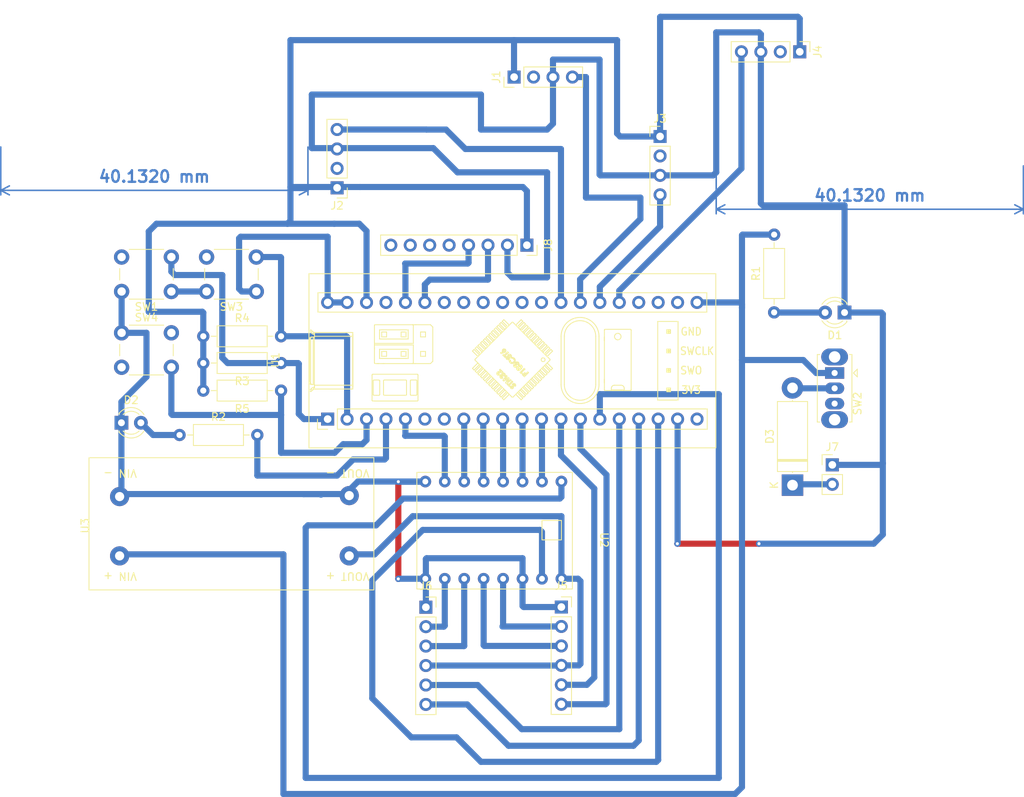
<source format=kicad_pcb>
(kicad_pcb (version 20211014) (generator pcbnew)
  (layers (0 "F.Cu" signal) (31 "B.Cu" signal) (34 "B.Paste" user) (35 "F.Paste" user) (36 "B.SilkS" user "B.Silkscreen") (37 "F.SilkS" user "F.Silkscreen") (38 "B.Mask" user) (39 "F.Mask" user) (44 "Edge.Cuts" user))
  (net 0 "")
  (net 1 "GND")
  (net 2 "/BTN1")
  (net 3 "/BTN2")
  (net 4 "/3.3v")
  (net 5 "/BTN3")
  (net 7 "/Led")
  (net 8 "/SDA")
  (net 9 "/PWMA")
  (net 10 "/SCL")
  (net 15 "/AIN2")
  (net 17 "/AIN1")
  (net 19 "/STBY")
  (net 21 "/BIN1")
  (net 23 "/BIN2")
  (net 24 "/CNY70")
  (net 25 "/MA1")
  (net 26 "/SHARP_I")
  (net 27 "/MA2")
  (net 28 "/SHARP_C")
  (net 29 "/MB1")
  (net 30 "/SHARP_D")
  (net 31 "/MB2")
  (net 34 "/5v")
  (net 36 "/VIn")
  (net 37 "Net-(D1-Pad2)")
  (net 38 "Net-(D2-Pad2)")
  (net 39 "Net-(D3-Pad1)")
  (net 40 "Net-(D3-Pad2)")
  (net 45 "/AO1")
  (net 46 "/AO2")
  (net 47 "/VOut")
  (net 48 "/BO1")
  (net 49 "/BO2")
  (net 55 "/PWMB")
  (footprint "Resistor_THT:R_Axial_DIN0207_L6.3mm_D2.5mm_P10.16mm_Horizontal" (layer "F.Cu") (at 88.18 103.7 180)
    (fp_text reference "R5" (at 5.08 -2.37) (layer "F.SilkS"))
    (fp_text value "R")
    (pad "1" thru_hole circle (at 0 0 180) (size 1.6 1.6) (drill 0.8) (layers *.Cu *.Mask) (net 5 "/BTN3"))
    (pad "2" thru_hole oval (at 10.16 0 180) (size 1.6 1.6) (drill 0.8) (layers *.Cu *.Mask) (net 4 "/3.3v"))
  )
  (footprint "Connector_PinHeader_2.54mm:PinHeader_1x04_P2.54mm_Vertical" (layer "F.Cu") (at 137.7 70.5)
    (fp_text reference "J3" (at 0 -2.33) (layer "F.SilkS"))
    (fp_text value "Conn_01x04_Male")
    (pad "1" thru_hole rect (at 0 0) (size 1.7 1.7) (drill 1) (layers *.Cu *.Mask) (net 4 "/3.3v"))
    (pad "2" thru_hole oval (at 0 2.54) (size 1.7 1.7) (drill 1) (layers *.Cu *.Mask))
    (pad "3" thru_hole oval (at 0 5.08) (size 1.7 1.7) (drill 1) (layers *.Cu *.Mask) (net 1 "GND"))
    (pad "4" thru_hole oval (at 0 7.62) (size 1.7 1.7) (drill 1) (layers *.Cu *.Mask) (net 30 "/SHARP_D"))
  )
  (footprint "Connector_PinHeader_2.54mm:PinHeader_1x04_P2.54mm_Vertical" (layer "F.Cu") (at 95.504 77.206 180)
    (fp_text reference "J2" (at 0 -2.33) (layer "F.SilkS"))
    (fp_text value "Conn_01x04_Male")
    (pad "1" thru_hole rect (at 0 0 180) (size 1.7 1.7) (drill 1) (layers *.Cu *.Mask) (net 4 "/3.3v"))
    (pad "2" thru_hole oval (at 0 2.54 180) (size 1.7 1.7) (drill 1) (layers *.Cu *.Mask))
    (pad "3" thru_hole oval (at 0 5.08 180) (size 1.7 1.7) (drill 1) (layers *.Cu *.Mask) (net 1 "GND"))
    (pad "4" thru_hole oval (at 0 7.62 180) (size 1.7 1.7) (drill 1) (layers *.Cu *.Mask) (net 26 "/SHARP_I"))
  )
  (footprint "Button_Switch_THT:SW_PUSH_6mm" (layer "F.Cu") (at 67.35 96.15)
    (fp_text reference "SW4" (at 3.25 -2) (layer "F.SilkS"))
    (fp_text value "SW_Push")
    (pad "1" thru_hole circle (at 0 0 90) (size 2 2) (drill 1.1) (layers *.Cu *.Mask) (net 1 "GND"))
    (pad "1" thru_hole circle (at 6.5 0 90) (size 2 2) (drill 1.1) (layers *.Cu *.Mask) (net 1 "GND"))
    (pad "2" thru_hole circle (at 6.5 4.5 90) (size 2 2) (drill 1.1) (layers *.Cu *.Mask) (net 5 "/BTN3"))
    (pad "2" thru_hole circle (at 0 4.5 90) (size 2 2) (drill 1.1) (layers *.Cu *.Mask) (net 5 "/BTN3"))
  )
  (footprint "Resistor_THT:R_Axial_DIN0207_L6.3mm_D2.5mm_P10.16mm_Horizontal" (layer "F.Cu") (at 152.6 93.48 90)
    (fp_text reference "R1" (at 5.08 -2.37 90) (layer "F.SilkS"))
    (fp_text value "R")
    (pad "1" thru_hole circle (at 0 0 90) (size 1.6 1.6) (drill 0.8) (layers *.Cu *.Mask) (net 37 "Net-(D1-Pad2)"))
    (pad "2" thru_hole oval (at 10.16 0 90) (size 1.6 1.6) (drill 0.8) (layers *.Cu *.Mask) (net 36 "/VIn"))
  )
  (footprint "Resistor_THT:R_Axial_DIN0207_L6.3mm_D2.5mm_P10.16mm_Horizontal" (layer "F.Cu") (at 74.92 109.5)
    (fp_text reference "R2" (at 5.08 -2.37) (layer "F.SilkS"))
    (fp_text value "R")
    (pad "1" thru_hole circle (at 0 0) (size 1.6 1.6) (drill 0.8) (layers *.Cu *.Mask) (net 38 "Net-(D2-Pad2)"))
    (pad "2" thru_hole oval (at 10.16 0) (size 1.6 1.6) (drill 0.8) (layers *.Cu *.Mask) (net 7 "/Led"))
  )
  (footprint "Button_Switch_THT:SW_PUSH_6mm" (layer "F.Cu") (at 73.85 90.75 180)
    (fp_text reference "SW1" (at 3.25 -2) (layer "F.SilkS"))
    (fp_text value "SW_Push")
    (pad "1" thru_hole circle (at 6.5 0 270) (size 2 2) (drill 1.1) (layers *.Cu *.Mask) (net 1 "GND"))
    (pad "1" thru_hole circle (at 0 0 270) (size 2 2) (drill 1.1) (layers *.Cu *.Mask) (net 1 "GND"))
    (pad "2" thru_hole circle (at 6.5 4.5 270) (size 2 2) (drill 1.1) (layers *.Cu *.Mask) (net 2 "/BTN1"))
    (pad "2" thru_hole circle (at 0 4.5 270) (size 2 2) (drill 1.1) (layers *.Cu *.Mask) (net 2 "/BTN1"))
  )
  (footprint "Diode_THT:D_5W_P12.70mm_Horizontal" (layer "F.Cu") (at 155 116.05 90)
    (fp_text reference "D3" (at 6.35 -2.97 90) (layer "F.SilkS"))
    (fp_text value "DIODE")
    (fp_text user "K" (at 0 -2.4 90) (layer "F.SilkS"))
    (pad "1" thru_hole rect (at 0 0 90) (size 2.8 2.8) (drill 1.4) (layers *.Cu *.Mask) (net 39 "Net-(D3-Pad1)"))
    (pad "2" thru_hole oval (at 12.7 0 90) (size 2.8 2.8) (drill 1.4) (layers *.Cu *.Mask) (net 40 "Net-(D3-Pad2)"))
  )
  (footprint "Connector_PinHeader_2.54mm:PinHeader_1x04_P2.54mm_Vertical" (layer "F.Cu") (at 155.946 59.436 -90)
    (fp_text reference "J4" (at 0 -2.33 90) (layer "F.SilkS"))
    (fp_text value "Conn_01x04_Male")
    (pad "1" thru_hole rect (at 0 0 270) (size 1.7 1.7) (drill 1) (layers *.Cu *.Mask) (net 4 "/3.3v"))
    (pad "2" thru_hole oval (at 0 2.54 270) (size 1.7 1.7) (drill 1) (layers *.Cu *.Mask))
    (pad "3" thru_hole oval (at 0 5.08 270) (size 1.7 1.7) (drill 1) (layers *.Cu *.Mask) (net 1 "GND"))
    (pad "4" thru_hole oval (at 0 7.62 270) (size 1.7 1.7) (drill 1) (layers *.Cu *.Mask) (net 24 "/CNY70"))
  )
  (footprint "Resistor_THT:R_Axial_DIN0207_L6.3mm_D2.5mm_P10.16mm_Horizontal" (layer "F.Cu") (at 88.18 100.1 180)
    (fp_text reference "R3" (at 5.08 -2.37) (layer "F.SilkS"))
    (fp_text value "R")
    (pad "1" thru_hole circle (at 0 0 180) (size 1.6 1.6) (drill 0.8) (layers *.Cu *.Mask) (net 2 "/BTN1"))
    (pad "2" thru_hole oval (at 10.16 0 180) (size 1.6 1.6) (drill 0.8) (layers *.Cu *.Mask) (net 4 "/3.3v"))
  )
  (footprint "LED_THT:LED_D3.0mm" (layer "F.Cu") (at 161.8 93.5 180)
    (fp_text reference "D1" (at 1.27 -2.96) (layer "F.SilkS"))
    (fp_text value "LED")
    (pad "1" thru_hole rect (at 0 0 180) (size 1.8 1.8) (drill 0.9) (layers *.Cu *.Mask) (net 1 "GND"))
    (pad "2" thru_hole circle (at 2.54 0 180) (size 1.8 1.8) (drill 0.9) (layers *.Cu *.Mask) (net 37 "Net-(D1-Pad2)"))
  )
  (footprint "LED_THT:LED_D3.0mm" (layer "F.Cu") (at 67.325 107.9)
    (fp_text reference "D2" (at 1.27 -2.96) (layer "F.SilkS"))
    (fp_text value "LED")
    (pad "1" thru_hole rect (at 0 0) (size 1.8 1.8) (drill 0.9) (layers *.Cu *.Mask) (net 1 "GND"))
    (pad "2" thru_hole circle (at 2.54 0) (size 1.8 1.8) (drill 0.9) (layers *.Cu *.Mask) (net 38 "Net-(D2-Pad2)"))
  )
  (footprint "Connector_PinSocket_2.54mm:PinSocket_1x06_P2.54mm_Vertical" (layer "F.Cu") (at 124.8 131.975)
    (fp_text reference "J5" (at 0 -2.77) (layer "F.SilkS"))
    (fp_text value "Conn_01x06_Female")
    (pad "1" thru_hole rect (at 0 0) (size 1.7 1.7) (drill 1) (layers *.Cu *.Mask) (net 1 "GND"))
    (pad "2" thru_hole oval (at 0 2.54) (size 1.7 1.7) (drill 1) (layers *.Cu *.Mask) (net 45 "/AO1"))
    (pad "3" thru_hole oval (at 0 5.08) (size 1.7 1.7) (drill 1) (layers *.Cu *.Mask) (net 46 "/AO2"))
    (pad "4" thru_hole oval (at 0 7.62) (size 1.7 1.7) (drill 1) (layers *.Cu *.Mask) (net 47 "/VOut"))
    (pad "5" thru_hole oval (at 0 10.16) (size 1.7 1.7) (drill 1) (layers *.Cu *.Mask) (net 25 "/MA1"))
    (pad "6" thru_hole oval (at 0 12.7) (size 1.7 1.7) (drill 1) (layers *.Cu *.Mask) (net 27 "/MA2"))
  )
  (footprint "Resistor_THT:R_Axial_DIN0207_L6.3mm_D2.5mm_P10.16mm_Horizontal" (layer "F.Cu") (at 78.02 96.6)
    (fp_text reference "R4" (at 5.08 -2.37) (layer "F.SilkS"))
    (fp_text value "R")
    (pad "1" thru_hole circle (at 0 0) (size 1.6 1.6) (drill 0.8) (layers *.Cu *.Mask) (net 4 "/3.3v"))
    (pad "2" thru_hole oval (at 10.16 0) (size 1.6 1.6) (drill 0.8) (layers *.Cu *.Mask) (net 3 "/BTN2"))
  )
  (footprint "Button_Switch_THT:SW_PUSH_6mm" (layer "F.Cu") (at 84.95 90.75 180)
    (fp_text reference "SW3" (at 3.25 -2) (layer "F.SilkS"))
    (fp_text value "SW_Push")
    (pad "1" thru_hole circle (at 0 0 270) (size 2 2) (drill 1.1) (layers *.Cu *.Mask) (net 1 "GND"))
    (pad "1" thru_hole circle (at 6.5 0 270) (size 2 2) (drill 1.1) (layers *.Cu *.Mask) (net 1 "GND"))
    (pad "2" thru_hole circle (at 6.5 4.5 270) (size 2 2) (drill 1.1) (layers *.Cu *.Mask) (net 3 "/BTN2"))
    (pad "2" thru_hole circle (at 0 4.5 270) (size 2 2) (drill 1.1) (layers *.Cu *.Mask) (net 3 "/BTN2"))
  )
  (footprint "Connector_PinHeader_2.54mm:PinHeader_1x04_P2.54mm_Vertical" (layer "F.Cu") (at 118.628 62.738 90)
    (fp_text reference "J1" (at 0 -2.33 90) (layer "F.SilkS"))
    (fp_text value "Conn_01x04_Male")
    (pad "1" thru_hole rect (at 0 0 90) (size 1.7 1.7) (drill 1) (layers *.Cu *.Mask) (net 4 "/3.3v"))
    (pad "2" thru_hole oval (at 0 2.54 90) (size 1.7 1.7) (drill 1) (layers *.Cu *.Mask))
    (pad "3" thru_hole oval (at 0 5.08 90) (size 1.7 1.7) (drill 1) (layers *.Cu *.Mask) (net 1 "GND"))
    (pad "4" thru_hole oval (at 0 7.62 90) (size 1.7 1.7) (drill 1) (layers *.Cu *.Mask) (net 28 "/SHARP_C"))
  )
  (footprint "Footprints:YAAJ_BluePill_1" (layer "F.Cu") (at 94.27 107.42 90)
    (fp_text reference "U1" (at 7.72 -6.81 90) (layer "F.SilkS"))
    (fp_text value "YAAJ_BluePill_Part_Like_SWD_Breakout" hide)
    (fp_text user "SWCLK" (at 8.89 48.26 unlocked) (layer "F.SilkS") (effects (font (size 1 0.9))))
    (fp_text user "SWO" (at 6.35 47.498 unlocked) (layer "F.SilkS") (effects (font (size 1 0.9))))
    (fp_text user "GND" (at 11.43 47.498 unlocked) (layer "F.SilkS") (effects (font (size 1 0.9))))
    (fp_text user "3V3" (at 3.81 47.498 unlocked) (layer "F.SilkS") (effects (font (size 1 0.9))))
    (pad "1" thru_hole rect locked (at 0 0 90) (size 1.7 1.7) (drill 1) (layers *.Cu *.Mask) (net 2 "/BTN1"))
    (pad "2" thru_hole circle locked (at 0 2.54 90) (size 1.7 1.7) (drill 1) (layers *.Cu *.Mask) (net 3 "/BTN2"))
    (pad "3" thru_hole circle locked (at 0 5.08 90) (size 1.7 1.7) (drill 1) (layers *.Cu *.Mask) (net 5 "/BTN3"))
    (pad "4" thru_hole circle locked (at 0 7.62 90) (size 1.7 1.7) (drill 1) (layers *.Cu *.Mask) (net 7 "/Led"))
    (pad "5" thru_hole circle locked (at 0 10.16 90) (size 1.7 1.7) (drill 1) (layers *.Cu *.Mask) (net 55 "/PWMB"))
    (pad "6" thru_hole circle locked (at 0 12.7 90) (size 1.7 1.7) (drill 1) (layers *.Cu *.Mask))
    (pad "7" thru_hole circle locked (at 0 15.24 90) (size 1.7 1.7) (drill 1) (layers *.Cu *.Mask))
    (pad "8" thru_hole circle locked (at 0 17.78 90) (size 1.7 1.7) (drill 1) (layers *.Cu *.Mask) (net 23 "/BIN2"))
    (pad "9" thru_hole circle locked (at 0 20.32 90) (size 1.7 1.7) (drill 1) (layers *.Cu *.Mask) (net 21 "/BIN1"))
    (pad "10" thru_hole circle locked (at 0 22.86 90) (size 1.7 1.7) (drill 1) (layers *.Cu *.Mask) (net 19 "/STBY"))
    (pad "11" thru_hole circle locked (at 0 25.4 90) (size 1.7 1.7) (drill 1) (layers *.Cu *.Mask) (net 17 "/AIN1"))
    (pad "12" thru_hole circle locked (at 0 27.94 90) (size 1.7 1.7) (drill 1) (layers *.Cu *.Mask) (net 15 "/AIN2"))
    (pad "13" thru_hole circle locked (at 0 30.48 90) (size 1.7 1.7) (drill 1) (layers *.Cu *.Mask) (net 25 "/MA1"))
    (pad "14" thru_hole circle locked (at 0 33.02 90) (size 1.7 1.7) (drill 1) (layers *.Cu *.Mask) (net 27 "/MA2"))
    (pad "15" thru_hole circle locked (at 0 35.56 90) (size 1.7 1.7) (drill 1) (layers *.Cu *.Mask) (net 9 "/PWMA"))
    (pad "16" thru_hole circle locked (at 0 38.1 90) (size 1.7 1.7) (drill 1) (layers *.Cu *.Mask) (net 29 "/MB1"))
    (pad "17" thru_hole circle locked (at 0 40.64 90) (size 1.7 1.7) (drill 1) (layers *.Cu *.Mask) (net 31 "/MB2"))
    (pad "18" thru_hole circle locked (at 0 43.18 90) (size 1.7 1.7) (drill 1) (layers *.Cu *.Mask) (net 34 "/5v"))
    (pad "19" thru_hole circle locked (at 0 45.72 90) (size 1.7 1.7) (drill 1) (layers *.Cu *.Mask) (net 1 "GND"))
    (pad "20" thru_hole circle locked (at 0 48.26 90) (size 1.7 1.7) (drill 1) (layers *.Cu *.Mask) (net 4 "/3.3v"))
    (pad "21" thru_hole circle locked (at 15.24 48.26 90) (size 1.7 1.7) (drill 1) (layers *.Cu *.Mask) (net 36 "/VIn"))
    (pad "22" thru_hole circle locked (at 15.24 45.72 90) (size 1.7 1.7) (drill 1) (layers *.Cu *.Mask))
    (pad "23" thru_hole circle locked (at 15.24 43.18 90) (size 1.7 1.7) (drill 1) (layers *.Cu *.Mask))
    (pad "24" thru_hole circle locked (at 15.24 40.64 90) (size 1.7 1.7) (drill 1) (layers *.Cu *.Mask))
    (pad "25" thru_hole circle locked (at 15.24 38.1 90) (size 1.7 1.7) (drill 1) (layers *.Cu *.Mask) (net 24 "/CNY70"))
    (pad "26" thru_hole circle locked (at 15.24 35.56 90) (size 1.7 1.7) (drill 1) (layers *.Cu *.Mask) (net 30 "/SHARP_D"))
    (pad "27" thru_hole circle locked (at 15.24 33.02 90) (size 1.7 1.7) (drill 1) (layers *.Cu *.Mask) (net 28 "/SHARP_C"))
    (pad "28" thru_hole circle locked (at 15.24 30.48 90) (size 1.7 1.7) (drill 1) (layers *.Cu *.Mask) (net 26 "/SHARP_I"))
    (pad "29" thru_hole circle locked (at 15.24 27.94 90) (size 1.7 1.7) (drill 1) (layers *.Cu *.Mask))
    (pad "30" thru_hole circle locked (at 15.24 25.4 90) (size 1.7 1.7) (drill 1) (layers *.Cu *.Mask))
    (pad "31" thru_hole circle locked (at 15.24 22.86 90) (size 1.7 1.7) (drill 1) (layers *.Cu *.Mask))
    (pad "32" thru_hole circle locked (at 15.24 20.32 90) (size 1.7 1.7) (drill 1) (layers *.Cu *.Mask))
    (pad "33" thru_hole circle locked (at 15.24 17.78 90) (size 1.7 1.7) (drill 1) (layers *.Cu *.Mask))
    (pad "34" thru_hole circle locked (at 15.24 15.24 90) (size 1.7 1.7) (drill 1) (layers *.Cu *.Mask))
    (pad "35" thru_hole circle locked (at 15.24 12.7 90) (size 1.7 1.7) (drill 1) (layers *.Cu *.Mask) (net 10 "/SCL"))
    (pad "36" thru_hole circle locked (at 15.24 10.16 90) (size 1.7 1.7) (drill 1) (layers *.Cu *.Mask) (net 8 "/SDA"))
    (pad "37" thru_hole circle locked (at 15.24 7.62 90) (size 1.7 1.7) (drill 1) (layers *.Cu *.Mask))
    (pad "38" thru_hole circle locked (at 15.24 5.08 90) (size 1.7 1.7) (drill 1) (layers *.Cu *.Mask) (net 4 "/3.3v"))
    (pad "39" thru_hole circle locked (at 15.24 2.54 90) (size 1.7 1.7) (drill 1) (layers *.Cu *.Mask) (net 1 "GND"))
    (pad "40" thru_hole circle locked (at 15.24 0 90) (size 1.7 1.7) (drill 1) (layers *.Cu *.Mask) (net 1 "GND"))
  )
  (footprint "Connector_PinSocket_2.54mm:PinSocket_1x06_P2.54mm_Vertical" (layer "F.Cu") (at 107.1 132)
    (fp_text reference "J6" (at 0 -2.77) (layer "F.SilkS"))
    (fp_text value "Conn_01x06_Female")
    (pad "1" thru_hole rect (at 0 0) (size 1.7 1.7) (drill 1) (layers *.Cu *.Mask) (net 1 "GND"))
    (pad "2" thru_hole oval (at 0 2.54) (size 1.7 1.7) (drill 1) (layers *.Cu *.Mask) (net 48 "/BO1"))
    (pad "3" thru_hole oval (at 0 5.08) (size 1.7 1.7) (drill 1) (layers *.Cu *.Mask) (net 49 "/BO2"))
    (pad "4" thru_hole oval (at 0 7.62) (size 1.7 1.7) (drill 1) (layers *.Cu *.Mask) (net 47 "/VOut"))
    (pad "5" thru_hole oval (at 0 10.16) (size 1.7 1.7) (drill 1) (layers *.Cu *.Mask) (net 29 "/MB1"))
    (pad "6" thru_hole oval (at 0 12.7) (size 1.7 1.7) (drill 1) (layers *.Cu *.Mask) (net 31 "/MB2"))
  )
  (footprint "propios:MT3608" (layer "F.Cu") (at 63.0895 121.354 90)
    (fp_text reference "U3" (at 0 -0.5 90 unlocked) (layer "F.SilkS"))
    (fp_text value "Mt3608")
    (fp_text user "VIN +" (at -6.604 4.064 180 unlocked) (layer "F.SilkS"))
    (fp_text user "VOUT +" (at -6.604 33.782 180 unlocked) (layer "F.SilkS"))
    (fp_text user "VOUT -" (at 6.858 33.782 180 unlocked) (layer "F.SilkS"))
    (fp_text user "VIN -" (at 6.858 4.064 180 unlocked) (layer "F.SilkS"))
    (pad "1" thru_hole circle (at -3.937085 4 90) (size 2.5 2.5) (drill 1.2) (layers *.Cu *.Mask) (net 36 "/VIn"))
    (pad "2" thru_hole circle (at -3.937085 34 90) (size 2.5 2.5) (drill 1.2) (layers *.Cu *.Mask) (net 47 "/VOut"))
    (pad "3" thru_hole circle (at 3.81 4 90) (size 2.5 2.5) (drill 1.2) (layers *.Cu *.Mask) (net 1 "GND"))
    (pad "4" thru_hole circle (at 3.937085 34 90) (size 2.5 2.5) (drill 1.2) (layers *.Cu *.Mask) (net 1 "GND"))
  )
  (footprint "Connector_PinSocket_2.54mm:PinSocket_1x08_P2.54mm_Vertical" (layer "F.Cu") (at 120.3 84.7 -90)
    (fp_text reference "J8" (at 0 -2.77 90) (layer "F.SilkS"))
    (fp_text value "Conn_01x08_Female")
    (pad "1" thru_hole rect (at 0 0 270) (size 1.7 1.7) (drill 1) (layers *.Cu *.Mask) (net 4 "/3.3v"))
    (pad "2" thru_hole oval (at 0 2.54 270) (size 1.7 1.7) (drill 1) (layers *.Cu *.Mask) (net 1 "GND"))
    (pad "3" thru_hole oval (at 0 5.08 270) (size 1.7 1.7) (drill 1) (layers *.Cu *.Mask) (net 10 "/SCL"))
    (pad "4" thru_hole oval (at 0 7.62 270) (size 1.7 1.7) (drill 1) (layers *.Cu *.Mask) (net 8 "/SDA"))
    (pad "5" thru_hole oval (at 0 10.16 270) (size 1.7 1.7) (drill 1) (layers *.Cu *.Mask))
    (pad "6" thru_hole oval (at 0 12.7 270) (size 1.7 1.7) (drill 1) (layers *.Cu *.Mask))
    (pad "7" thru_hole oval (at 0 15.24 270) (size 1.7 1.7) (drill 1) (layers *.Cu *.Mask))
    (pad "8" thru_hole oval (at 0 17.78 270) (size 1.7 1.7) (drill 1) (layers *.Cu *.Mask))
  )
  (footprint "Button_Switch_THT:SW_Slide_1P2T_CK_OS102011MS2Q" (layer "F.Cu") (at 160.5025 101.4 -90)
    (fp_text reference "SW2" (at 3.99 -2.99 90) (layer "F.SilkS"))
    (fp_text value "SW_DPDT_x2")
    (pad "" thru_hole oval (at -2.1 0 270) (size 2.2 3.5) (drill 1.5) (layers *.Cu *.Mask))
    (pad "" thru_hole oval (at 6.1 0 270) (size 2.2 3.5) (drill 1.5) (layers *.Cu *.Mask))
    (pad "1" thru_hole rect (at 0 0 270) (size 1.5 2.5) (drill 0.8) (layers *.Cu *.Mask) (net 36 "/VIn"))
    (pad "2" thru_hole oval (at 2 0 270) (size 1.5 2.5) (drill 0.8) (layers *.Cu *.Mask) (net 40 "Net-(D3-Pad2)"))
    (pad "3" thru_hole oval (at 4 0 270) (size 1.5 2.5) (drill 0.8) (layers *.Cu *.Mask))
  )
  (footprint "Connector_PinHeader_2.54mm:PinHeader_1x02_P2.54mm_Vertical" (layer "F.Cu") (at 160.2 113.4)
    (fp_text reference "J7" (at 0 -2.33) (layer "F.SilkS"))
    (fp_text value "Conn_01x02_Male")
    (pad "1" thru_hole rect (at 0 0) (size 1.7 1.7) (drill 1) (layers *.Cu *.Mask) (net 1 "GND"))
    (pad "2" thru_hole oval (at 0 2.54) (size 1.7 1.7) (drill 1) (layers *.Cu *.Mask) (net 39 "Net-(D3-Pad1)"))
  )
  (footprint "propios:tb6612fng" (layer "F.Cu") (at 129.89 123.2 -90)
    (fp_text reference "U2" (at 0 -0.5 -90 unlocked) (layer "F.SilkS"))
    (fp_text value "tb6612fng")
    (pad "1" thru_hole circle (at -7.62 5.08 270) (size 1.524 1.524) (drill 0.762) (layers *.Cu *.Mask) (net 9 "/PWMA"))
    (pad "2" thru_hole circle (at -7.62 7.62 270) (size 1.524 1.524) (drill 0.762) (layers *.Cu *.Mask) (net 15 "/AIN2"))
    (pad "3" thru_hole circle (at -7.62 10.16 270) (size 1.524 1.524) (drill 0.762) (layers *.Cu *.Mask) (net 17 "/AIN1"))
    (pad "4" thru_hole circle (at -7.62 12.7 270) (size 1.524 1.524) (drill 0.762) (layers *.Cu *.Mask) (net 19 "/STBY"))
    (pad "5" thru_hole circle (at -7.62 15.24 270) (size 1.524 1.524) (drill 0.762) (layers *.Cu *.Mask) (net 21 "/BIN1"))
    (pad "6" thru_hole circle (at -7.62 17.78 270) (size 1.524 1.524) (drill 0.762) (layers *.Cu *.Mask) (net 23 "/BIN2"))
    (pad "7" thru_hole circle (at -7.62 20.32 270) (size 1.524 1.524) (drill 0.762) (layers *.Cu *.Mask) (net 55 "/PWMB"))
    (pad "8" thru_hole circle (at -7.62 22.86 270) (size 1.524 1.524) (drill 0.762) (layers *.Cu *.Mask) (net 1 "GND"))
    (pad "9" thru_hole circle (at 5.08 22.86 270) (size 1.524 1.524) (drill 0.762) (layers *.Cu *.Mask) (net 1 "GND"))
    (pad "10" thru_hole circle (at 5.08 20.32 270) (size 1.524 1.524) (drill 0.762) (layers *.Cu *.Mask) (net 48 "/BO1"))
    (pad "11" thru_hole circle (at 5.08 17.78 270) (size 1.524 1.524) (drill 0.762) (layers *.Cu *.Mask) (net 49 "/BO2"))
    (pad "12" thru_hole circle (at 5.08 15.24 270) (size 1.524 1.524) (drill 0.762) (layers *.Cu *.Mask) (net 46 "/AO2"))
    (pad "13" thru_hole circle (at 5.08 12.7 270) (size 1.524 1.524) (drill 0.762) (layers *.Cu *.Mask) (net 45 "/AO1"))
    (pad "14" thru_hole circle (at 5.08 10.16 270) (size 1.524 1.524) (drill 0.762) (layers *.Cu *.Mask) (net 1 "GND"))
    (pad "15" thru_hole circle (at 5.08 7.62 270) (size 1.524 1.524) (drill 0.762) (layers *.Cu *.Mask) (net 34 "/5v"))
    (pad "16" thru_hole circle (at 5.08 5.08 270) (size 1.524 1.524) (drill 0.762) (layers *.Cu *.Mask) (net 47 "/VOut"))
  )
  (dimension (type aligned) (layer "B.Cu") (pts (xy 185.166 73.843211) (xy 145.034 73.843211)) (height -6.166789) (gr_text "40,1320 mm" (at 165.1 78.21) (layer "B.Cu") (effects (font (size 1.5 1.5) (thickness 0.3)))) (format (units 3) (units_format 1) (precision 4)) (style (thickness 0.2) (arrow_length 1.27) (text_position_mode 0) (extension_height 0.58642) (extension_offset 0.5) keep_text_aligned))
  (dimension (type aligned) (layer "B.Cu") (pts (xy 91.694 71.374) (xy 51.562 71.374)) (height -6.166789) (gr_text "40,1320 mm" (at 71.628 75.740789) (layer "B.Cu") (effects (font (size 1.5 1.5) (thickness 0.3)))) (format (units 3) (units_format 1) (precision 4)) (style (thickness 0.2) (arrow_length 1.27) (text_position_mode 0) (extension_height 0.58642) (extension_offset 0.5) keep_text_aligned))
  (segment (start 139.954 123.698) (end 150.622 123.698) (width 0.8) (layer "F.Cu") (net 1))
  (segment (start 103.5 128.3) (end 103.5 115.6) (width 0.8) (layer "F.Cu") (net 1))
  (via (at 103.5 128.3) (size 0.8) (drill 0.4) (layers "F.Cu" "B.Cu") (net 1))
  (via (at 150.622 123.698) (size 0.8) (drill 0.4) (layers "F.Cu" "B.Cu") (net 1))
  (via (at 103.5 115.6) (size 0.8) (drill 0.4) (layers "F.Cu" "B.Cu") (net 1))
  (via (at 139.954 123.698) (size 0.8) (drill 0.4) (layers "F.Cu" "B.Cu") (net 1))
  (segment (start 111.23 75.184) (end 122.936 75.184) (width 0.8) (layer "B.Cu") (net 1))
  (segment (start 107.03 128.28) (end 103.52 128.28) (width 0.8) (layer "B.Cu") (net 1))
  (segment (start 144.638 75.58) (end 145.034 75.184) (width 0.8) (layer "B.Cu") (net 1))
  (segment (start 129.794 75.468) (end 129.794 60.452) (width 0.8) (layer "B.Cu") (net 1))
  (segment (start 161.798 79.502) (end 161.8 79.504) (width 0.8) (layer "B.Cu") (net 1))
  (segment (start 70.6 101.9) (end 70.6 96.15) (width 0.8) (layer "B.Cu") (net 1))
  (segment (start 114.3 65.024) (end 92.202 65.024) (width 0.8) (layer "B.Cu") (net 1))
  (segment (start 91.116915 117.216915) (end 93.316915 117.216915) (width 0.8) (layer "B.Cu") (net 1))
  (segment (start 67.325 107.9) (end 67.325 105.175) (width 0.8) (layer "B.Cu") (net 1))
  (segment (start 122.936 75.184) (end 122.936 88.9) (width 0.8) (layer "B.Cu") (net 1))
  (segment (start 150.622 123.698) (end 165.608 123.698) (width 0.8) (layer "B.Cu") (net 1))
  (segment (start 117.76 88.296) (end 117.76 84.7) (width 0.8) (layer "B.Cu") (net 1))
  (segment (start 92.202 65.024) (end 92.202 72.02) (width 0.8) (layer "B.Cu") (net 1))
  (segment (start 94.27 83.6) (end 94.27 92.18) (width 0.8) (layer "B.Cu") (net 1))
  (segment (start 73.85 90.75) (end 78.45 90.75) (width 0.8) (layer "B.Cu") (net 1))
  (segment (start 165.608 123.698) (end 166.8 122.506) (width 0.8) (layer "B.Cu") (net 1))
  (segment (start 103.5 115.6) (end 107.01 115.6) (width 0.8) (layer "B.Cu") (net 1))
  (segment (start 145.034 75.184) (end 145.034 56.896) (width 0.8) (layer "B.Cu") (net 1))
  (segment (start 67.325 117.3085) (end 67.0895 117.544) (width 0.8) (layer "B.Cu") (net 1))
  (segment (start 124.8 131.975) (end 119.875 131.975) (width 0.8) (layer "B.Cu") (net 1))
  (segment (start 150.866 59.436) (end 150.866 79.238) (width 0.8) (layer "B.Cu") (net 1))
  (segment (start 70.6 96.15) (end 67.35 96.15) (width 0.8) (layer "B.Cu") (net 1))
  (segment (start 166.8 93.7) (end 166.6 93.5) (width 0.8) (layer "B.Cu") (net 1))
  (segment (start 166.6 113.4) (end 166.8 113.2) (width 0.8) (layer "B.Cu") (net 1))
  (segment (start 97.0895 117.216915) (end 91.116915 117.216915) (width 0.8) (layer "B.Cu") (net 1))
  (segment (start 97.0895 116.7105) (end 98.22 115.58) (width 0.8) (layer "B.Cu") (net 1))
  (segment (start 84.95 90.75) (end 83.05 90.75) (width 0.8) (layer "B.Cu") (net 1))
  (segment (start 83.05 90.75) (end 82.7 90.4) (width 0.8) (layer "B.Cu") (net 1))
  (segment (start 150.866 57.16) (end 150.866 59.436) (width 0.8) (layer "B.Cu") (net 1))
  (segment (start 150.866 79.238) (end 151.13 79.502) (width 0.8) (layer "B.Cu") (net 1))
  (segment (start 166.8 113.2) (end 166.8 93.7) (width 0.8) (layer "B.Cu") (net 1))
  (segment (start 119.73 131.83) (end 119.73 125.6) (width 0.8) (layer "B.Cu") (net 1))
  (segment (start 67.216585 117.216915) (end 67.0895 117.344) (width 0.8) (layer "B.Cu") (net 1))
  (segment (start 97.0895 117.216915) (end 97.0895 116.7105) (width 0.8) (layer "B.Cu") (net 1))
  (segment (start 114.3 69.596) (end 114.3 65.024) (width 0.8) (layer "B.Cu") (net 1))
  (segment (start 119.73 125.6) (end 107.2 125.6) (width 0.8) (layer "B.Cu") (net 1))
  (segment (start 151.13 79.502) (end 161.798 79.502) (width 0.8) (layer "B.Cu") (net 1))
  (segment (start 119.875 131.975) (end 119.73 131.83) (width 0.8) (layer "B.Cu") (net 1))
  (segment (start 122.936 69.596) (end 114.3 69.596) (width 0.8) (layer "B.Cu") (net 1))
  (segment (start 145.034 56.896) (end 150.622 56.896) (width 0.8) (layer "B.Cu") (net 1))
  (segment (start 123.708 60.452) (end 123.708 68.824) (width 0.8) (layer "B.Cu") (net 1))
  (segment (start 67.35 96.15) (end 67.35 90.75) (width 0.8) (layer "B.Cu") (net 1))
  (segment (start 107.1 125.7) (end 107.1 132) (width 0.8) (layer "B.Cu") (net 1))
  (segment (start 103.52 128.28) (end 103.5 128.3) (width 0.8) (layer "B.Cu") (net 1))
  (segment (start 139.99 123.662) (end 139.954 123.698) (width 0.8) (layer "B.Cu") (net 1))
  (segment (start 160.2 113.4) (end 166.6 113.4) (width 0.8) (layer "B.Cu") (net 1))
  (segment (start 91.116915 117.216915) (end 67.216585 117.216915) (width 0.8) (layer "B.Cu") (net 1))
  (segment (start 82.7 90.4) (end 82.7 83.8) (width 0.8) (layer "B.Cu") (net 1))
  (segment (start 67.325 107.9) (end 67.325 117.3085) (width 0.8) (layer "B.Cu") (net 1))
  (segment (start 107.01 115.6) (end 107.03 115.58) (width 0.8) (layer "B.Cu") (net 1))
  (segment (start 82.9 83.6) (end 94.27 83.6) (width 0.8) (layer "B.Cu") (net 1))
  (segment (start 137.7 75.58) (end 144.638 75.58) (width 0.8) (layer "B.Cu") (net 1))
  (segment (start 166.8 122.506) (end 166.8 113.2) (width 0.8) (layer "B.Cu") (net 1))
  (segment (start 161.8 79.504) (end 161.8 93.5) (width 0.8) (layer "B.Cu") (net 1))
  (segment (start 93.316915 117.216915) (end 93.4 117.3) (width 0.8) (layer "B.Cu") (net 1))
  (segment (start 98.22 115.58) (end 107.03 115.58) (width 0.8) (layer "B.Cu") (net 1))
  (segment (start 123.708 68.824) (end 122.936 69.596) (width 0.8) (layer "B.Cu") (net 1))
  (segment (start 150.876 57.15) (end 150.866 57.16) (width 0.8) (layer "B.Cu") (net 1))
  (segment (start 129.794 60.452) (end 123.708 60.452) (width 0.8) (layer "B.Cu") (net 1))
  (segment (start 67.325 105.175) (end 70.6 101.9) (width 0.8) (layer "B.Cu") (net 1))
  (segment (start 166.6 93.5) (end 161.8 93.5) (width 0.8) (layer "B.Cu") (net 1))
  (segment (start 129.906 75.58) (end 129.794 75.468) (width 0.8) (layer "B.Cu") (net 1))
  (segment (start 139.99 107.42) (end 139.99 123.662) (width 0.8) (layer "B.Cu") (net 1))
  (segment (start 150.622 56.896) (end 150.876 57.15) (width 0.8) (layer "B.Cu") (net 1))
  (segment (start 118.364 88.9) (end 117.76 88.296) (width 0.8) (layer "B.Cu") (net 1))
  (segment (start 107.2 125.6) (end 107.1 125.7) (width 0.8) (layer "B.Cu") (net 1))
  (segment (start 82.7 83.8) (end 82.9 83.6) (width 0.8) (layer "B.Cu") (net 1))
  (segment (start 137.7 75.58) (end 129.906 75.58) (width 0.8) (layer "B.Cu") (net 1))
  (segment (start 92.202 72.02) (end 108.066 72.02) (width 0.8) (layer "B.Cu") (net 1))
  (segment (start 122.936 88.9) (end 118.364 88.9) (width 0.8) (layer "B.Cu") (net 1))
  (segment (start 96.81 92.18) (end 94.27 92.18) (width 0.8) (layer "B.Cu") (net 1))
  (segment (start 108.066 72.02) (end 111.23 75.184) (width 0.8) (layer "B.Cu") (net 1))
  (segment (start 91.18 107.42) (end 90.5 106.74) (width 0.8) (layer "B.Cu") (net 2))
  (segment (start 80.5 99.4) (end 80.5 88.6) (width 0.8) (layer "B.Cu") (net 2))
  (segment (start 90.5 100.2) (end 90.4 100.1) (width 0.8) (layer "B.Cu") (net 2))
  (segment (start 73.85 88.15) (end 73.85 86.25) (width 0.8) (layer "B.Cu") (net 2))
  (segment (start 90.4 100.1) (end 88.18 100.1) (width 0.8) (layer "B.Cu") (net 2))
  (segment (start 74.3 88.6) (end 73.85 88.15) (width 0.8) (layer "B.Cu") (net 2))
  (segment (start 80.5 88.6) (end 74.3 88.6) (width 0.8) (layer "B.Cu") (net 2))
  (segment (start 94.27 107.42) (end 91.18 107.42) (width 0.8) (layer "B.Cu") (net 2))
  (segment (start 88.18 100.1) (end 81.2 100.1) (width 0.8) (layer "B.Cu") (net 2))
  (segment (start 81.2 100.1) (end 80.5 99.4) (width 0.8) (layer "B.Cu") (net 2))
  (segment (start 90.5 106.74) (end 90.5 100.2) (width 0.8) (layer "B.Cu") (net 2))
  (segment (start 88.18 86.32) (end 88.11 86.25) (width 0.8) (layer "B.Cu") (net 3))
  (segment (start 88.11 86.25) (end 84.95 86.25) (width 0.8) (layer "B.Cu") (net 3))
  (segment (start 96.81 96.71) (end 96.7 96.6) (width 0.8) (layer "B.Cu") (net 3))
  (segment (start 96.81 107.42) (end 96.81 96.71) (width 0.8) (layer "B.Cu") (net 3))
  (segment (start 88.18 96.6) (end 88.18 86.32) (width 0.8) (layer "B.Cu") (net 3))
  (segment (start 96.7 96.6) (end 88.18 96.6) (width 0.8) (layer "B.Cu") (net 3))
  (segment (start 132.476 70.5) (end 132.08 70.104) (width 0.8) (layer "B.Cu") (net 4))
  (segment (start 118.618 57.912) (end 118.618 62.728) (width 0.8) (layer "B.Cu") (net 4))
  (segment (start 70.9 93.4) (end 70.9 82.9) (width 0.8) (layer "B.Cu") (net 4))
  (segment (start 94.858 77.1) (end 98.5 77.1) (width 0.8) (layer "B.Cu") (net 4))
  (segment (start 120.3 77.628) (end 119.772 77.1) (width 0.8) (layer "B.Cu") (net 4))
  (segment (start 78.02 103.7) (end 78.02 96.6) (width 0.8) (layer "B.Cu") (net 4))
  (segment (start 137.7 54.896) (end 137.7 70.5) (width 0.8) (layer "B.Cu") (net 4))
  (segment (start 78.02 93.52) (end 77.9 93.4) (width 0.8) (layer "B.Cu") (net 4))
  (segment (start 132.08 70.104) (end 132.08 57.912) (width 0.8) (layer "B.Cu") (net 4))
  (segment (start 120.3 84.7) (end 120.3 77.628) (width 0.8) (layer "B.Cu") (net 4))
  (segment (start 89.408 57.912) (end 89.408 77.1) (width 0.8) (layer "B.Cu") (net 4))
  (segment (start 78.02 96.6) (end 78.02 93.52) (width 0.8) (layer "B.Cu") (net 4))
  (segment (start 89.408 77.1) (end 94.858 77.1) (width 0.8) (layer "B.Cu") (net 4))
  (segment (start 155.702 54.864) (end 137.732 54.864) (width 0.8) (layer "B.Cu") (net 4))
  (segment (start 71.9 81.9) (end 89.012 81.9) (width 0.8) (layer "B.Cu") (net 4))
  (segment (start 98.4 81.9) (end 99.35 82.85) (width 0.8) (layer "B.Cu") (net 4))
  (segment (start 155.946 55.108) (end 155.702 54.864) (width 0.8) (layer "B.Cu") (net 4))
  (segment (start 137.7 70.5) (end 132.476 70.5) (width 0.8) (layer "B.Cu") (net 4))
  (segment (start 99.35 82.85) (end 99.35 92.18) (width 0.8) (layer "B.Cu") (net 4))
  (segment (start 118.618 57.912) (end 89.408 57.912) (width 0.8) (layer "B.Cu") (net 4))
  (segment (start 95.138 81.9) (end 98.4 81.9) (width 0.8) (layer "B.Cu") (net 4))
  (segment (start 118.618 62.728) (end 118.628 62.738) (width 0.8) (layer "B.Cu") (net 4))
  (segment (start 89.408 77.1) (end 89.408 81.504) (width 0.8) (layer "B.Cu") (net 4))
  (segment (start 132.08 57.912) (end 118.618 57.912) (width 0.8) (layer "B.Cu") (net 4))
  (segment (start 89.012 81.9) (end 95.138 81.9) (width 0.8) (layer "B.Cu") (net 4))
  (segment (start 77.9 93.4) (end 70.9 93.4) (width 0.8) (layer "B.Cu") (net 4))
  (segment (start 155.946 59.436) (end 155.946 55.108) (width 0.8) (layer "B.Cu") (net 4))
  (segment (start 137.732 54.864) (end 137.7 54.896) (width 0.8) (layer "B.Cu") (net 4))
  (segment (start 89.408 81.504) (end 89.012 81.9) (width 0.8) (layer "B.Cu") (net 4))
  (segment (start 119.772 77.1) (end 98.5 77.1) (width 0.8) (layer "B.Cu") (net 4))
  (segment (start 70.9 82.9) (end 71.9 81.9) (width 0.8) (layer "B.Cu") (net 4))
  (segment (start 95.18 111.82) (end 96.3 110.7) (width 0.8) (layer "B.Cu") (net 5))
  (segment (start 99.35 110.15) (end 98.8 110.7) (width 0.8) (layer "B.Cu") (net 5))
  (segment (start 73.98 106.88) (end 88.18 106.88) (width 0.8) (layer "B.Cu") (net 5))
  (segment (start 99.35 107.42) (end 99.35 110.15) (width 0.8) (layer "B.Cu") (net 5))
  (segment (start 73.85 100.65) (end 73.85 106.75) (width 0.8) (layer "B.Cu") (net 5))
  (segment (start 88.18 106.88) (end 88.18 111.82) (width 0.8) (layer "B.Cu") (net 5))
  (segment (start 98.8 110.7) (end 96.3 110.7) (width 0.8) (layer "B.Cu") (net 5))
  (segment (start 88.18 111.82) (end 95.18 111.82) (width 0.8) (layer "B.Cu") (net 5))
  (segment (start 88.18 103.7) (end 88.18 106.88) (width 0.8) (layer "B.Cu") (net 5))
  (segment (start 73.85 106.75) (end 73.98 106.88) (width 0.8) (layer "B.Cu") (net 5))
  (segment (start 95.5 114.8) (end 97.6 112.7) (width 0.8) (layer "B.Cu") (net 7))
  (segment (start 101.7 112.7) (end 101.89 112.51) (width 0.8) (layer "B.Cu") (net 7))
  (segment (start 85.1 114.8) (end 95.5 114.8) (width 0.8) (layer "B.Cu") (net 7))
  (segment (start 85.08 109.5) (end 85.08 114.78) (width 0.8) (layer "B.Cu") (net 7))
  (segment (start 97.6 112.7) (end 101.7 112.7) (width 0.8) (layer "B.Cu") (net 7))
  (segment (start 101.89 112.51) (end 101.89 107.42) (width 0.8) (layer "B.Cu") (net 7))
  (segment (start 85.08 114.78) (end 85.1 114.8) (width 0.8) (layer "B.Cu") (net 7))
  (segment (start 112.68 84.7) (end 112.68 86.98) (width 0.8) (layer "B.Cu") (net 8))
  (segment (start 112.56 87.1) (end 104.4 87.1) (width 0.8) (layer "B.Cu") (net 8))
  (segment (start 104.43 92.18) (end 104.43 87.13) (width 0.8) (layer "B.Cu") (net 8))
  (segment (start 112.68 86.98) (end 112.56 87.1) (width 0.8) (layer "B.Cu") (net 8))
  (segment (start 104.43 87.13) (end 104.4 87.1) (width 0.8) (layer "B.Cu") (net 8))
  (segment (start 91.4 121.6) (end 91.7 121.3) (width 0.8) (layer "B.Cu") (net 9))
  (segment (start 100.6 121.3) (end 104.1 117.8) (width 0.8) (layer "B.Cu") (net 9))
  (segment (start 129.83 104.17) (end 145.37 104.17) (width 0.8) (layer "B.Cu") (net 9))
  (segment (start 124.6 117.8) (end 124.81 117.59) (width 0.8) (layer "B.Cu") (net 9))
  (segment (start 91.7 121.3) (end 100.6 121.3) (width 0.8) (layer "B.Cu") (net 9))
  (segment (start 145.37 154.3) (end 91.4 154.3) (width 0.8) (layer "B.Cu") (net 9))
  (segment (start 91.4 154.3) (end 91.4 121.6) (width 0.8) (layer "B.Cu") (net 9))
  (segment (start 145.37 104.17) (end 145.37 154.3) (width 0.8) (layer "B.Cu") (net 9))
  (segment (start 129.83 107.42) (end 129.83 104.17) (width 0.8) (layer "B.Cu") (net 9))
  (segment (start 124.81 117.59) (end 124.81 115.58) (width 0.8) (layer "B.Cu") (net 9))
  (segment (start 104.1 117.8) (end 124.6 117.8) (width 0.8) (layer "B.Cu") (net 9))
  (segment (start 106.97 92.18) (end 106.97 89.83) (width 0.8) (layer "B.Cu") (net 10))
  (segment (start 115.22 89.18) (end 115.2 89.2) (width 0.8) (layer "B.Cu") (net 10))
  (segment (start 115.22 84.7) (end 115.22 89.18) (width 0.8) (layer "B.Cu") (net 10))
  (segment (start 107.6 89.2) (end 115.2 89.2) (width 0.8) (layer "B.Cu") (net 10))
  (segment (start 106.97 89.83) (end 107.6 89.2) (width 0.8) (layer "B.Cu") (net 10))
  (segment (start 122.27 115.58) (end 122.27 107.48) (width 0.8) (layer "B.Cu") (net 15))
  (segment (start 122.27 107.48) (end 122.21 107.42) (width 0.8) (layer "B.Cu") (net 15))
  (segment (start 119.73 107.48) (end 119.67 107.42) (width 0.8) (layer "B.Cu") (net 17))
  (segment (start 119.73 115.58) (end 119.73 107.48) (width 0.8) (layer "B.Cu") (net 17))
  (segment (start 117.19 115.58) (end 117.19 107.48) (width 0.8) (layer "B.Cu") (net 19))
  (segment (start 117.19 107.48) (end 117.13 107.42) (width 0.8) (layer "B.Cu") (net 19))
  (segment (start 114.6 107.43) (end 114.6 115.53) (width 0.8) (layer "B.Cu") (net 21))
  (segment (start 114.59 107.42) (end 114.6 107.43) (width 0.8) (layer "B.Cu") (net 21))
  (segment (start 114.6 115.53) (end 114.65 115.58) (width 0.8) (layer "B.Cu") (net 21))
  (segment (start 112.11 107.48) (end 112.05 107.42) (width 0.8) (layer "B.Cu") (net 23))
  (segment (start 112.11 115.58) (end 112.11 107.48) (width 0.8) (layer "B.Cu") (net 23))
  (segment (start 148.326 74.686) (end 148.326 59.436) (width 0.8) (layer "B.Cu") (net 24))
  (segment (start 132.37 90.642) (end 148.326 74.686) (width 0.8) (layer "B.Cu") (net 24))
  (segment (start 132.37 92.18) (end 132.37 90.642) (width 0.8) (layer "B.Cu") (net 24))
  (segment (start 129.1 141.17) (end 129.1 116.5) (width 0.8) (layer "B.Cu") (net 25))
  (segment (start 128.135 142.135) (end 129.1 141.17) (width 0.8) (layer "B.Cu") (net 25))
  (segment (start 129.1 116.5) (end 124.75 112.15) (width 0.8) (layer "B.Cu") (net 25))
  (segment (start 124.8 142.135) (end 128.135 142.135) (width 0.8) (layer "B.Cu") (net 25))
  (segment (start 124.75 112.15) (end 124.75 107.42) (width 0.8) (layer "B.Cu") (net 25))
  (segment (start 107.178 69.586) (end 95.504 69.586) (width 0.8) (layer "B.Cu") (net 26))
  (segment (start 124.75 72.136) (end 112.268 72.136) (width 0.8) (layer "B.Cu") (net 26))
  (segment (start 112.268 72.136) (end 109.728 69.596) (width 0.8) (layer "B.Cu") (net 26))
  (segment (start 124.75 92.18) (end 124.75 72.136) (width 0.8) (layer "B.Cu") (net 26))
  (segment (start 107.188 69.596) (end 107.178 69.586) (width 0.8) (layer "B.Cu") (net 26))
  (segment (start 109.728 69.596) (end 107.188 69.596) (width 0.8) (layer "B.Cu") (net 26))
  (segment (start 130.575 144.675) (end 130.7 144.55) (width 0.8) (layer "B.Cu") (net 27))
  (segment (start 130.7 114.7) (end 127.29 111.29) (width 0.8) (layer "B.Cu") (net 27))
  (segment (start 127.29 111.29) (end 127.29 107.42) (width 0.8) (layer "B.Cu") (net 27))
  (segment (start 124.8 144.675) (end 130.575 144.675) (width 0.8) (layer "B.Cu") (net 27))
  (segment (start 130.7 144.55) (end 130.7 114.7) (width 0.8) (layer "B.Cu") (net 27))
  (segment (start 127.29 92.18) (end 127.254 92.144) (width 0.8) (layer "B.Cu") (net 28))
  (segment (start 127.254 89.154) (end 135.128 81.28) (width 0.8) (layer "B.Cu") (net 28))
  (segment (start 135.128 81.28) (end 135.128 78.486) (width 0.8) (layer "B.Cu") (net 28))
  (segment (start 135.128 78.486) (end 128.016 78.486) (width 0.8) (layer "B.Cu") (net 28))
  (segment (start 127.254 92.144) (end 127.254 89.154) (width 0.8) (layer "B.Cu") (net 28))
  (segment (start 128.016 62.738) (end 126.248 62.738) (width 0.8) (layer "B.Cu") (net 28))
  (segment (start 128.016 78.486) (end 128.016 62.738) (width 0.8) (layer "B.Cu") (net 28))
  (segment (start 132.37 147.93) (end 119.63 147.93) (width 0.8) (layer "B.Cu") (net 29))
  (segment (start 119.63 147.93) (end 113.86 142.16) (width 0.8) (layer "B.Cu") (net 29))
  (segment (start 132.37 107.42) (end 132.37 147.93) (width 0.8) (layer "B.Cu") (net 29))
  (segment (start 113.86 142.16) (end 107.1 142.16) (width 0.8) (layer "B.Cu") (net 29))
  (segment (start 129.83 92.18) (end 129.83 90.134) (width 0.8) (layer "B.Cu") (net 30))
  (segment (start 137.7 82.264) (end 137.7 78.12) (width 0.8) (layer "B.Cu") (net 30))
  (segment (start 129.83 90.134) (end 137.7 82.264) (width 0.8) (layer "B.Cu") (net 30))
  (segment (start 117.9 150.1) (end 112.5 144.7) (width 0.8) (layer "B.Cu") (net 31))
  (segment (start 134.22 150.1) (end 117.9 150.1) (width 0.8) (layer "B.Cu") (net 31))
  (segment (start 134.91 149.41) (end 134.22 150.1) (width 0.8) (layer "B.Cu") (net 31))
  (segment (start 134.91 107.42) (end 134.91 149.41) (width 0.8) (layer "B.Cu") (net 31))
  (segment (start 112.5 144.7) (end 107.1 144.7) (width 0.8) (layer "B.Cu") (net 31))
  (segment (start 100.1 128.5) (end 106.7 121.9) (width 0.8) (layer "B.Cu") (net 34))
  (segment (start 122.27 122.17) (end 122.27 128.28) (width 0.8) (layer "B.Cu") (net 34))
  (segment (start 137.2 152.2) (end 114.3 152.2) (width 0.8) (layer "B.Cu") (net 34))
  (segment (start 106.7 121.9) (end 122 121.9) (width 0.8) (layer "B.Cu") (net 34))
  (segment (start 137.45 107.42) (end 137.45 151.95) (width 0.8) (layer "B.Cu") (net 34))
  (segment (start 105.2 149) (end 100.1 143.9) (width 0.8) (layer "B.Cu") (net 34))
  (segment (start 122 121.9) (end 122.27 122.17) (width 0.8) (layer "B.Cu") (net 34))
  (segment (start 111.1 149) (end 105.2 149) (width 0.8) (layer "B.Cu") (net 34))
  (segment (start 100.1 143.9) (end 100.1 128.5) (width 0.8) (layer "B.Cu") (net 34))
  (segment (start 137.45 151.95) (end 137.2 152.2) (width 0.8) (layer "B.Cu") (net 34))
  (segment (start 114.3 152.2) (end 111.1 149) (width 0.8) (layer "B.Cu") (net 34))
  (segment (start 148.18 92.18) (end 142.53 92.18) (width 0.8) (layer "B.Cu") (net 36))
  (segment (start 148.4 92.9) (end 148.4 92.4) (width 0.8) (layer "B.Cu") (net 36))
  (segment (start 158.1 101.4) (end 156.4 99.7) (width 0.8) (layer "B.Cu") (net 36))
  (segment (start 147.5 156.4) (end 148.4 155.5) (width 0.8) (layer "B.Cu") (net 36))
  (segment (start 156.4 99.7) (end 148.4 99.7) (width 0.8) (layer "B.Cu") (net 36))
  (segment (start 148.4 83.4) (end 148.48 83.32) (width 0.8) (layer "B.Cu") (net 36))
  (segment (start 88.491085 156.4) (end 147.5 156.4) (width 0.8) (layer "B.Cu") (net 36))
  (segment (start 148.4 155.5) (end 148.4 99.7) (width 0.8) (layer "B.Cu") (net 36))
  (segment (start 148.4 92.4) (end 148.18 92.18) (width 0.8) (layer "B.Cu") (net 36))
  (segment (start 88.491085 125.091085) (end 88.491085 156.4) (width 0.8) (layer "B.Cu") (net 36))
  (segment (start 67.0895 125.091085) (end 88.491085 125.091085) (width 0.8) (layer "B.Cu") (net 36))
  (segment (start 160.5025 101.4) (end 158.1 101.4) (width 0.8) (layer "B.Cu") (net 36))
  (segment (start 148.48 83.32) (end 152.6 83.32) (width 0.8) (layer "B.Cu") (net 36))
  (segment (start 148.4 99.7) (end 148.4 92.9) (width 0.8) (layer "B.Cu") (net 36))
  (segment (start 148.4 92.9) (end 148.4 83.4) (width 0.8) (layer "B.Cu") (net 36))
  (segment (start 152.62 93.5) (end 152.6 93.48) (width 0.8) (layer "B.Cu") (net 37))
  (segment (start 159.26 93.5) (end 152.62 93.5) (width 0.8) (layer "B.Cu") (net 37))
  (segment (start 71.465 109.5) (end 69.865 107.9) (width 0.8) (layer "B.Cu") (net 38))
  (segment (start 74.92 109.5) (end 71.465 109.5) (width 0.8) (layer "B.Cu") (net 38))
  (segment (start 155.11 115.94) (end 155 116.05) (width 0.8) (layer "B.Cu") (net 39))
  (segment (start 160.2 115.94) (end 155.11 115.94) (width 0.8) (layer "B.Cu") (net 39))
  (segment (start 155.05 103.4) (end 155 103.35) (width 0.8) (layer "B.Cu") (net 40))
  (segment (start 160.5025 103.4) (end 155.05 103.4) (width 0.8) (layer "B.Cu") (net 40))
  (segment (start 117.19 134.44) (end 117.19 128.28) (width 0.8) (layer "B.Cu") (net 45))
  (segment (start 117.115 134.515) (end 117.19 134.44) (width 0.8) (layer "B.Cu") (net 45))
  (segment (start 124.8 134.515) (end 117.115 134.515) (width 0.8) (layer "B.Cu") (net 45))
  (segment (start 114.65 136.96) (end 114.65 128.28) (width 0.8) (layer "B.Cu") (net 46))
  (segment (start 124.8 137.055) (end 114.745 137.055) (width 0.8) (layer "B.Cu") (net 46))
  (segment (start 114.745 137.055) (end 114.65 136.96) (width 0.8) (layer "B.Cu") (net 46))
  (segment (start 124.775 139.62) (end 124.8 139.595) (width 0.8) (layer "B.Cu") (net 47))
  (segment (start 127.3 128.6) (end 126.98 128.28) (width 0.8) (layer "B.Cu") (net 47))
  (segment (start 97.0895 125.091085) (end 100.408915 125.091085) (width 0.8) (layer "B.Cu") (net 47))
  (segment (start 126.98 128.28) (end 124.81 128.28) (width 0.8) (layer "B.Cu") (net 47))
  (segment (start 124.8 139.595) (end 127.095 139.595) (width 0.8) (layer "B.Cu") (net 47))
  (segment (start 124.81 120.11) (end 124.81 128.28) (width 0.8) (layer "B.Cu") (net 47))
  (segment (start 127.3 139.39) (end 127.3 128.6) (width 0.8) (layer "B.Cu") (net 47))
  (segment (start 105.39 120.11) (end 124.81 120.11) (width 0.8) (layer "B.Cu") (net 47))
  (segment (start 107.1 139.62) (end 124.775 139.62) (width 0.8) (layer "B.Cu") (net 47))
  (segment (start 127.095 139.595) (end 127.3 139.39) (width 0.8) (layer "B.Cu") (net 47))
  (segment (start 100.408915 125.091085) (end 105.39 120.11) (width 0.8) (layer "B.Cu") (net 47))
  (segment (start 107.1 134.54) (end 109.44 134.54) (width 0.8) (layer "B.Cu") (net 48))
  (segment (start 109.57 134.41) (end 109.57 128.28) (width 0.8) (layer "B.Cu") (net 48))
  (segment (start 109.44 134.54) (end 109.57 134.41) (width 0.8) (layer "B.Cu") (net 48))
  (segment (start 107.1 137.08) (end 112.08 137.08) (width 0.8) (layer "B.Cu") (net 49))
  (segment (start 112.08 137.08) (end 112.11 137.05) (width 0.8) (layer "B.Cu") (net 49))
  (segment (start 112.11 137.05) (end 112.11 128.28) (width 0.8) (layer "B.Cu") (net 49))
  (segment (start 109.57 109.7) (end 109.47 109.6) (width 0.8) (layer "B.Cu") (net 55))
  (segment (start 109.57 115.58) (end 109.57 109.7) (width 0.8) (layer "B.Cu") (net 55))
  (segment (start 104.43 109.57) (end 104.43 107.42) (width 0.8) (layer "B.Cu") (net 55))
  (segment (start 104.4 109.6) (end 104.43 109.57) (width 0.8) (layer "B.Cu") (net 55))
  (segment (start 109.47 109.6) (end 104.4 109.6) (width 0.8) (layer "B.Cu") (net 55))
)
</source>
